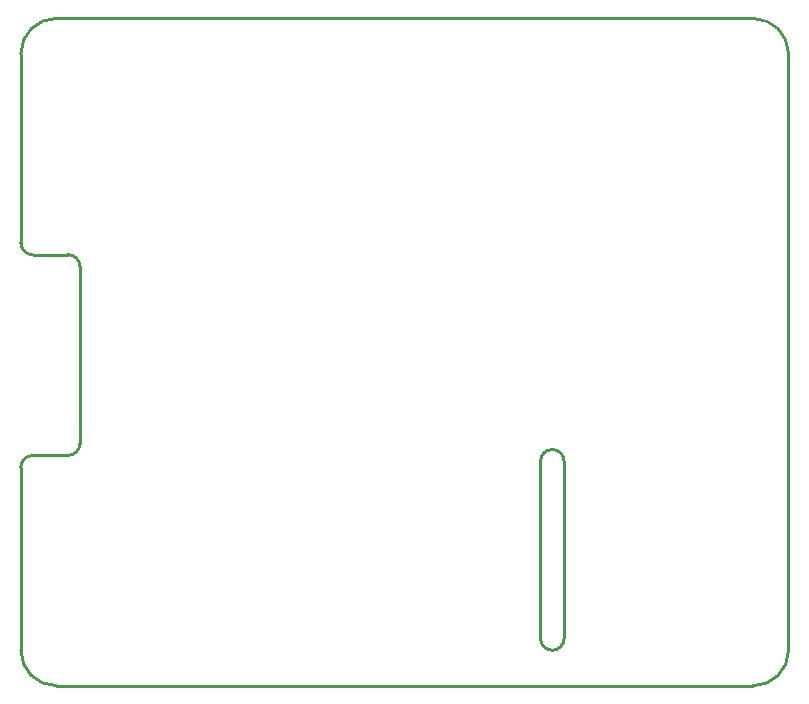
<source format=gm1>
G04*
G04 #@! TF.GenerationSoftware,Altium Limited,Altium Designer,25.1.2 (22)*
G04*
G04 Layer_Color=16711935*
%FSLAX44Y44*%
%MOMM*%
G71*
G04*
G04 #@! TF.SameCoordinates,64B4FDAD-AF64-4148-92BB-00BBC35E7A55*
G04*
G04*
G04 #@! TF.FilePolarity,Positive*
G04*
G01*
G75*
%ADD11C,0.2540*%
D11*
X460000Y190000D02*
G03*
X450000Y200000I-10000J0D01*
G01*
Y30000D02*
G03*
X460000Y40000I0J10000D01*
G01*
X450000Y200000D02*
G03*
X440000Y190000I0J-10000D01*
G01*
Y40000D02*
G03*
X450000Y30000I10000J0D01*
G01*
X50000Y355000D02*
G03*
X40000Y365000I-10000J0D01*
G01*
Y195000D02*
G03*
X50000Y205000I0J10000D01*
G01*
X30000Y565000D02*
G03*
X0Y535000I0J-30000D01*
G01*
X650000D02*
G03*
X620000Y565000I-30000J0D01*
G01*
Y0D02*
G03*
X650000Y30000I0J30000D01*
G01*
X0D02*
G03*
X30000Y0I30000J0D01*
G01*
X0Y375000D02*
G03*
X10000Y365000I10000J0D01*
G01*
Y195000D02*
G03*
X0Y185000I0J-10000D01*
G01*
X460000Y40000D02*
Y190000D01*
X440000Y40000D02*
Y190000D01*
X10000Y365000D02*
X40000D01*
X10000Y195000D02*
X40000Y195000D01*
X50000Y205000D02*
Y355000D01*
X30000Y-0D02*
X620000Y0D01*
X650000Y535000D02*
X650000Y30000D01*
X0D02*
Y185000D01*
Y375000D02*
Y535000D01*
X30000Y565000D02*
X620000Y565000D01*
M02*

</source>
